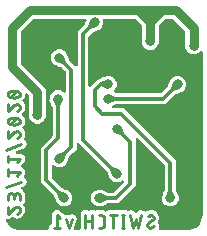
<source format=gbr>
G04 EAGLE Gerber RS-274X export*
G75*
%MOMM*%
%FSLAX34Y34*%
%LPD*%
%INBottom Copper*%
%IPPOS*%
%AMOC8*
5,1,8,0,0,1.08239X$1,22.5*%
G01*
%ADD10C,0.228600*%
%ADD11C,0.800000*%
%ADD12C,0.304800*%
%ADD13C,0.800000*%

G36*
X39641Y3826D02*
X39641Y3826D01*
X39759Y3833D01*
X39798Y3846D01*
X39838Y3851D01*
X39949Y3894D01*
X40062Y3931D01*
X40096Y3953D01*
X40134Y3968D01*
X40230Y4037D01*
X40330Y4101D01*
X40358Y4131D01*
X40391Y4154D01*
X40467Y4246D01*
X40548Y4333D01*
X40568Y4368D01*
X40594Y4399D01*
X40644Y4507D01*
X40702Y4611D01*
X40712Y4651D01*
X40729Y4687D01*
X40752Y4804D01*
X40781Y4919D01*
X40785Y4979D01*
X40789Y4999D01*
X40788Y5020D01*
X40792Y5080D01*
X40792Y7879D01*
X43313Y10400D01*
X43373Y10479D01*
X43441Y10551D01*
X43470Y10604D01*
X43508Y10652D01*
X43547Y10743D01*
X43595Y10829D01*
X43610Y10888D01*
X43634Y10943D01*
X43649Y11041D01*
X43674Y11137D01*
X43681Y11237D01*
X43684Y11258D01*
X43683Y11270D01*
X43684Y11298D01*
X43684Y16255D01*
X43683Y16269D01*
X43677Y16395D01*
X43514Y17856D01*
X43572Y17951D01*
X43581Y17979D01*
X43595Y18004D01*
X43627Y18130D01*
X43666Y18255D01*
X43667Y18275D01*
X44698Y19307D01*
X44707Y19319D01*
X44792Y19412D01*
X45710Y20560D01*
X45819Y20586D01*
X45844Y20600D01*
X45872Y20608D01*
X45984Y20674D01*
X46099Y20735D01*
X46115Y20749D01*
X47574Y20749D01*
X47588Y20751D01*
X47714Y20756D01*
X49175Y20919D01*
X49270Y20861D01*
X49298Y20852D01*
X49323Y20838D01*
X49449Y20806D01*
X49574Y20768D01*
X49595Y20767D01*
X50626Y19735D01*
X50638Y19726D01*
X50731Y19641D01*
X53583Y17360D01*
X53645Y17321D01*
X53703Y17275D01*
X53781Y17239D01*
X53854Y17194D01*
X53924Y17172D01*
X53991Y17141D01*
X54076Y17126D01*
X54158Y17100D01*
X54232Y17097D01*
X54304Y17084D01*
X54390Y17090D01*
X54476Y17086D01*
X54548Y17101D01*
X54621Y17106D01*
X54777Y17147D01*
X56171Y17611D01*
X57595Y16899D01*
X57624Y16889D01*
X57649Y16874D01*
X57773Y16836D01*
X57895Y16793D01*
X57925Y16791D01*
X57954Y16782D01*
X58084Y16777D01*
X58212Y16766D01*
X58242Y16771D01*
X58271Y16769D01*
X58398Y16797D01*
X58526Y16818D01*
X58553Y16830D01*
X58582Y16836D01*
X58731Y16899D01*
X60156Y17611D01*
X63450Y16513D01*
X65003Y13407D01*
X62715Y6544D01*
X62714Y6535D01*
X62710Y6527D01*
X62683Y6381D01*
X62653Y6232D01*
X62654Y6223D01*
X62652Y6215D01*
X62663Y6065D01*
X62671Y5915D01*
X62674Y5906D01*
X62674Y5897D01*
X62692Y5829D01*
X62602Y5648D01*
X62570Y5558D01*
X62530Y5473D01*
X62518Y5409D01*
X62496Y5348D01*
X62488Y5253D01*
X62470Y5160D01*
X62474Y5096D01*
X62469Y5031D01*
X62484Y4937D01*
X62490Y4843D01*
X62510Y4781D01*
X62521Y4717D01*
X62559Y4630D01*
X62588Y4541D01*
X62623Y4486D01*
X62649Y4426D01*
X62708Y4352D01*
X62758Y4272D01*
X62806Y4227D01*
X62846Y4176D01*
X62921Y4119D01*
X62990Y4054D01*
X63047Y4022D01*
X63099Y3983D01*
X63186Y3946D01*
X63268Y3900D01*
X63331Y3884D01*
X63391Y3859D01*
X63485Y3845D01*
X63576Y3821D01*
X63687Y3814D01*
X63706Y3811D01*
X63716Y3812D01*
X63737Y3811D01*
X66573Y3811D01*
X66692Y3826D01*
X66810Y3833D01*
X66849Y3846D01*
X66889Y3851D01*
X67000Y3894D01*
X67113Y3931D01*
X67147Y3953D01*
X67185Y3968D01*
X67281Y4037D01*
X67381Y4101D01*
X67409Y4131D01*
X67442Y4154D01*
X67518Y4246D01*
X67599Y4333D01*
X67619Y4368D01*
X67645Y4399D01*
X67695Y4507D01*
X67753Y4611D01*
X67763Y4651D01*
X67780Y4687D01*
X67803Y4804D01*
X67832Y4919D01*
X67836Y4979D01*
X67840Y4999D01*
X67839Y5020D01*
X67843Y5080D01*
X67843Y18293D01*
X70298Y20749D01*
X73771Y20749D01*
X74030Y20490D01*
X74124Y20417D01*
X74213Y20338D01*
X74249Y20320D01*
X74281Y20295D01*
X74390Y20247D01*
X74496Y20193D01*
X74535Y20185D01*
X74573Y20168D01*
X74691Y20150D01*
X74806Y20124D01*
X74847Y20125D01*
X74887Y20119D01*
X75006Y20130D01*
X75124Y20133D01*
X75163Y20145D01*
X75203Y20148D01*
X75315Y20189D01*
X75430Y20222D01*
X75465Y20242D01*
X75503Y20256D01*
X75601Y20323D01*
X75704Y20383D01*
X75749Y20423D01*
X75766Y20435D01*
X75779Y20450D01*
X75825Y20490D01*
X76084Y20749D01*
X79556Y20749D01*
X79588Y20717D01*
X79682Y20644D01*
X79771Y20565D01*
X79807Y20547D01*
X79839Y20522D01*
X79949Y20474D01*
X80055Y20420D01*
X80094Y20412D01*
X80131Y20395D01*
X80249Y20377D01*
X80365Y20351D01*
X80405Y20352D01*
X80445Y20346D01*
X80564Y20357D01*
X80683Y20360D01*
X80722Y20372D01*
X80762Y20375D01*
X80874Y20416D01*
X80988Y20449D01*
X81023Y20469D01*
X81061Y20483D01*
X81160Y20550D01*
X81262Y20610D01*
X81307Y20650D01*
X81324Y20662D01*
X81338Y20677D01*
X81383Y20717D01*
X81415Y20749D01*
X83204Y20749D01*
X85466Y20749D01*
X86443Y20749D01*
X87226Y20749D01*
X87317Y20688D01*
X87325Y20682D01*
X87329Y20680D01*
X87337Y20675D01*
X88688Y19895D01*
X88791Y19851D01*
X88891Y19800D01*
X88937Y19790D01*
X88981Y19772D01*
X89092Y19755D01*
X89202Y19731D01*
X89249Y19732D01*
X89295Y19725D01*
X89407Y19737D01*
X89520Y19740D01*
X89565Y19753D01*
X89612Y19758D01*
X89717Y19797D01*
X89825Y19829D01*
X89866Y19853D01*
X89910Y19869D01*
X90002Y19933D01*
X90099Y19990D01*
X90153Y20038D01*
X90171Y20050D01*
X90183Y20064D01*
X90220Y20097D01*
X90872Y20749D01*
X106778Y20749D01*
X106834Y20705D01*
X106889Y20649D01*
X106959Y20608D01*
X107023Y20558D01*
X107095Y20527D01*
X107163Y20487D01*
X107241Y20464D01*
X107315Y20432D01*
X107392Y20419D01*
X107468Y20397D01*
X107549Y20395D01*
X107629Y20382D01*
X107707Y20389D01*
X107786Y20387D01*
X107945Y20411D01*
X110708Y21026D01*
X113870Y19014D01*
X113870Y19013D01*
X113871Y19013D01*
X114018Y18944D01*
X114157Y18878D01*
X114158Y18878D01*
X114159Y18877D01*
X114317Y18847D01*
X114469Y18818D01*
X114470Y18818D01*
X114471Y18818D01*
X114631Y18828D01*
X114787Y18837D01*
X114788Y18838D01*
X114789Y18838D01*
X114949Y18890D01*
X115089Y18935D01*
X115090Y18936D01*
X115091Y18936D01*
X115232Y19014D01*
X118394Y21026D01*
X121798Y20269D01*
X121823Y20239D01*
X121896Y20140D01*
X121924Y20117D01*
X121947Y20089D01*
X122047Y20017D01*
X122142Y19939D01*
X122175Y19924D01*
X122205Y19903D01*
X122319Y19857D01*
X122431Y19806D01*
X122467Y19799D01*
X122501Y19786D01*
X122623Y19770D01*
X122744Y19748D01*
X122780Y19751D01*
X122816Y19746D01*
X122938Y19762D01*
X123061Y19770D01*
X123113Y19784D01*
X123132Y19786D01*
X123151Y19794D01*
X123217Y19811D01*
X125217Y20478D01*
X125266Y20502D01*
X125318Y20517D01*
X125409Y20570D01*
X125503Y20616D01*
X125545Y20651D01*
X125592Y20678D01*
X125672Y20749D01*
X129173Y20749D01*
X129264Y20688D01*
X129273Y20682D01*
X129277Y20680D01*
X129285Y20675D01*
X132176Y19005D01*
X133845Y16114D01*
X133897Y16046D01*
X133919Y16008D01*
X133919Y12486D01*
X133854Y12388D01*
X133846Y12377D01*
X133844Y12371D01*
X133836Y12360D01*
X133351Y11511D01*
X133308Y11407D01*
X133257Y11307D01*
X133247Y11261D01*
X133229Y11217D01*
X133213Y11106D01*
X133189Y10996D01*
X133190Y10949D01*
X133184Y10902D01*
X133196Y10791D01*
X133200Y10679D01*
X133213Y10633D01*
X133218Y10586D01*
X133258Y10481D01*
X133290Y10373D01*
X133314Y10333D01*
X133330Y10288D01*
X133395Y10197D01*
X133452Y10100D01*
X133500Y10046D01*
X133513Y10028D01*
X133527Y10016D01*
X133559Y9980D01*
X134201Y9343D01*
X134216Y5843D01*
X134148Y5761D01*
X134138Y5740D01*
X134124Y5722D01*
X134070Y5596D01*
X134012Y5473D01*
X134008Y5450D01*
X133999Y5429D01*
X133978Y5294D01*
X133952Y5160D01*
X133954Y5138D01*
X133950Y5115D01*
X133964Y4979D01*
X133972Y4843D01*
X133979Y4821D01*
X133981Y4799D01*
X134028Y4670D01*
X134070Y4541D01*
X134082Y4521D01*
X134090Y4500D01*
X134167Y4387D01*
X134240Y4272D01*
X134257Y4256D01*
X134270Y4237D01*
X134373Y4147D01*
X134472Y4054D01*
X134492Y4043D01*
X134509Y4028D01*
X134631Y3966D01*
X134750Y3900D01*
X134773Y3895D01*
X134793Y3884D01*
X134927Y3855D01*
X135058Y3821D01*
X135090Y3819D01*
X135104Y3816D01*
X135125Y3817D01*
X135219Y3811D01*
X157929Y3811D01*
X157949Y3813D01*
X158053Y3817D01*
X160393Y4047D01*
X160496Y4071D01*
X160602Y4086D01*
X160681Y4113D01*
X160703Y4118D01*
X160717Y4125D01*
X160754Y4138D01*
X165077Y5928D01*
X165085Y5933D01*
X165094Y5935D01*
X165223Y6012D01*
X165353Y6086D01*
X165359Y6092D01*
X165367Y6097D01*
X165488Y6203D01*
X168797Y9512D01*
X168802Y9519D01*
X168810Y9525D01*
X168900Y9644D01*
X168992Y9763D01*
X168995Y9772D01*
X169001Y9779D01*
X169072Y9923D01*
X170862Y14246D01*
X170890Y14348D01*
X170927Y14448D01*
X170940Y14532D01*
X170946Y14553D01*
X170946Y14569D01*
X170953Y14607D01*
X171183Y16947D01*
X171183Y16966D01*
X171189Y17071D01*
X171189Y154407D01*
X171172Y154545D01*
X171159Y154683D01*
X171152Y154702D01*
X171149Y154722D01*
X171099Y154851D01*
X171051Y154982D01*
X171040Y154999D01*
X171032Y155018D01*
X170951Y155130D01*
X170873Y155245D01*
X170857Y155259D01*
X170846Y155275D01*
X170738Y155364D01*
X170634Y155456D01*
X170616Y155465D01*
X170601Y155478D01*
X170475Y155537D01*
X170351Y155600D01*
X170331Y155605D01*
X170313Y155614D01*
X170176Y155640D01*
X170041Y155670D01*
X170020Y155670D01*
X170001Y155673D01*
X169862Y155665D01*
X169723Y155660D01*
X169703Y155655D01*
X169683Y155654D01*
X169551Y155611D01*
X169417Y155572D01*
X169400Y155562D01*
X169381Y155556D01*
X169263Y155481D01*
X169143Y155411D01*
X169122Y155392D01*
X169112Y155385D01*
X169098Y155370D01*
X169023Y155304D01*
X167743Y154024D01*
X165152Y152951D01*
X162348Y152951D01*
X159757Y154024D01*
X157774Y156007D01*
X156701Y158598D01*
X156701Y171555D01*
X156689Y171653D01*
X156686Y171752D01*
X156669Y171810D01*
X156661Y171870D01*
X156625Y171962D01*
X156597Y172057D01*
X156567Y172109D01*
X156544Y172166D01*
X156486Y172246D01*
X156436Y172331D01*
X156370Y172407D01*
X156358Y172423D01*
X156348Y172431D01*
X156330Y172452D01*
X146202Y182580D01*
X146124Y182640D01*
X146052Y182708D01*
X145999Y182737D01*
X145951Y182774D01*
X145860Y182814D01*
X145773Y182862D01*
X145715Y182877D01*
X145659Y182901D01*
X145561Y182916D01*
X145465Y182941D01*
X145365Y182947D01*
X145345Y182951D01*
X145333Y182949D01*
X145305Y182951D01*
X140445Y182951D01*
X140347Y182939D01*
X140248Y182936D01*
X140190Y182919D01*
X140130Y182911D01*
X140038Y182875D01*
X139943Y182847D01*
X139891Y182817D01*
X139834Y182794D01*
X139754Y182736D01*
X139669Y182686D01*
X139593Y182620D01*
X139577Y182608D01*
X139569Y182598D01*
X139548Y182580D01*
X134420Y177452D01*
X134360Y177374D01*
X134292Y177302D01*
X134263Y177249D01*
X134226Y177201D01*
X134186Y177110D01*
X134138Y177023D01*
X134123Y176965D01*
X134099Y176909D01*
X134084Y176811D01*
X134059Y176715D01*
X134053Y176615D01*
X134049Y176595D01*
X134051Y176583D01*
X134049Y176555D01*
X134049Y162348D01*
X132976Y159757D01*
X130993Y157774D01*
X128402Y156701D01*
X125598Y156701D01*
X123007Y157774D01*
X121024Y159757D01*
X119951Y162348D01*
X119951Y176555D01*
X119939Y176653D01*
X119936Y176752D01*
X119919Y176810D01*
X119911Y176870D01*
X119875Y176962D01*
X119847Y177057D01*
X119817Y177109D01*
X119794Y177166D01*
X119736Y177246D01*
X119686Y177331D01*
X119620Y177407D01*
X119608Y177423D01*
X119598Y177431D01*
X119580Y177452D01*
X114452Y182580D01*
X114374Y182640D01*
X114302Y182708D01*
X114249Y182737D01*
X114201Y182774D01*
X114110Y182814D01*
X114023Y182862D01*
X113965Y182877D01*
X113909Y182901D01*
X113811Y182916D01*
X113715Y182941D01*
X113615Y182947D01*
X113595Y182951D01*
X113583Y182949D01*
X113555Y182951D01*
X88307Y182951D01*
X88257Y182945D01*
X88207Y182947D01*
X88099Y182925D01*
X87991Y182911D01*
X87944Y182893D01*
X87895Y182883D01*
X87797Y182835D01*
X87695Y182794D01*
X87655Y182765D01*
X87610Y182743D01*
X87526Y182672D01*
X87438Y182608D01*
X87406Y182569D01*
X87368Y182536D01*
X87305Y182447D01*
X87235Y182363D01*
X87214Y182317D01*
X87185Y182276D01*
X87146Y182174D01*
X87100Y182075D01*
X87090Y182026D01*
X87072Y181979D01*
X87060Y181870D01*
X87040Y181763D01*
X87043Y181712D01*
X87037Y181662D01*
X87049Y181583D01*
X87049Y178598D01*
X85976Y176007D01*
X84599Y174631D01*
X84508Y174514D01*
X84416Y174399D01*
X84408Y174385D01*
X84404Y174379D01*
X84398Y174365D01*
X84340Y174257D01*
X84256Y174070D01*
X83746Y173878D01*
X82610Y173451D01*
X82598Y173445D01*
X82571Y173435D01*
X81354Y172931D01*
X81221Y172917D01*
X81206Y172912D01*
X81198Y172911D01*
X81184Y172906D01*
X81067Y172870D01*
X78549Y171922D01*
X78522Y171908D01*
X78493Y171900D01*
X78382Y171834D01*
X78268Y171774D01*
X78245Y171753D01*
X78219Y171738D01*
X78099Y171632D01*
X74944Y168478D01*
X74884Y168399D01*
X74816Y168327D01*
X74787Y168274D01*
X74750Y168226D01*
X74710Y168135D01*
X74662Y168049D01*
X74647Y167990D01*
X74623Y167935D01*
X74608Y167837D01*
X74583Y167741D01*
X74577Y167641D01*
X74573Y167620D01*
X74575Y167608D01*
X74573Y167580D01*
X74573Y126604D01*
X74590Y126466D01*
X74603Y126327D01*
X74610Y126308D01*
X74613Y126288D01*
X74664Y126159D01*
X74711Y126028D01*
X74722Y126011D01*
X74730Y125993D01*
X74811Y125880D01*
X74889Y125765D01*
X74905Y125752D01*
X74916Y125735D01*
X75024Y125646D01*
X75128Y125555D01*
X75146Y125545D01*
X75161Y125532D01*
X75287Y125473D01*
X75411Y125410D01*
X75431Y125405D01*
X75449Y125397D01*
X75586Y125371D01*
X75721Y125340D01*
X75742Y125341D01*
X75761Y125337D01*
X75900Y125346D01*
X76039Y125350D01*
X76059Y125356D01*
X76079Y125357D01*
X76211Y125400D01*
X76345Y125438D01*
X76362Y125449D01*
X76381Y125455D01*
X76499Y125529D01*
X76619Y125600D01*
X76640Y125618D01*
X76650Y125625D01*
X76664Y125640D01*
X76739Y125706D01*
X78478Y127444D01*
X81275Y130242D01*
X81294Y130266D01*
X81317Y130286D01*
X81391Y130391D01*
X81470Y130493D01*
X81482Y130521D01*
X81500Y130546D01*
X81566Y130693D01*
X81667Y130962D01*
X81671Y130966D01*
X81717Y131000D01*
X81781Y131080D01*
X81782Y131081D01*
X82057Y131184D01*
X82084Y131198D01*
X82113Y131207D01*
X82224Y131272D01*
X82339Y131333D01*
X82361Y131353D01*
X82387Y131368D01*
X82508Y131475D01*
X83106Y132073D01*
X83988Y132073D01*
X84018Y132077D01*
X84048Y132074D01*
X84176Y132096D01*
X84304Y132113D01*
X84332Y132124D01*
X84362Y132129D01*
X84512Y132186D01*
X86963Y133296D01*
X87088Y133373D01*
X87216Y133448D01*
X87227Y133459D01*
X87233Y133462D01*
X87239Y133468D01*
X88426Y133960D01*
X88437Y133966D01*
X88464Y133976D01*
X89645Y134511D01*
X90066Y134702D01*
X90258Y134630D01*
X90402Y134596D01*
X90544Y134559D01*
X90560Y134558D01*
X90567Y134556D01*
X90583Y134556D01*
X90705Y134549D01*
X92652Y134549D01*
X95243Y133476D01*
X97226Y131493D01*
X98299Y128902D01*
X98299Y126098D01*
X97226Y123507D01*
X96405Y122687D01*
X96388Y122664D01*
X96366Y122645D01*
X96290Y122538D01*
X96211Y122436D01*
X96199Y122409D01*
X96182Y122386D01*
X96136Y122264D01*
X96084Y122144D01*
X96080Y122115D01*
X96069Y122088D01*
X96055Y121959D01*
X96034Y121830D01*
X96037Y121801D01*
X96034Y121772D01*
X96052Y121644D01*
X96064Y121513D01*
X96074Y121486D01*
X96078Y121457D01*
X96128Y121337D01*
X96172Y121214D01*
X96188Y121190D01*
X96199Y121163D01*
X96277Y121059D01*
X96350Y120951D01*
X96372Y120932D01*
X96389Y120909D01*
X96491Y120827D01*
X96589Y120740D01*
X96614Y120727D01*
X96637Y120709D01*
X96779Y120633D01*
X97988Y120086D01*
X98017Y120077D01*
X98043Y120062D01*
X98168Y120030D01*
X98292Y119992D01*
X98322Y119990D01*
X98351Y119983D01*
X98512Y119973D01*
X135480Y119973D01*
X135578Y119985D01*
X135677Y119988D01*
X135736Y120005D01*
X135796Y120013D01*
X135888Y120049D01*
X135983Y120077D01*
X136035Y120107D01*
X136091Y120130D01*
X136171Y120188D01*
X136257Y120238D01*
X136332Y120304D01*
X136349Y120316D01*
X136357Y120326D01*
X136378Y120344D01*
X141632Y125599D01*
X141650Y125622D01*
X141673Y125642D01*
X141748Y125748D01*
X141827Y125850D01*
X141839Y125878D01*
X141856Y125902D01*
X141922Y126049D01*
X142870Y128567D01*
X142904Y128711D01*
X142941Y128853D01*
X142942Y128869D01*
X142944Y128876D01*
X142944Y128884D01*
X143436Y130071D01*
X143439Y130083D01*
X143451Y130110D01*
X143878Y131246D01*
X144070Y131756D01*
X144257Y131840D01*
X144383Y131918D01*
X144510Y131993D01*
X144522Y132003D01*
X144528Y132007D01*
X144539Y132018D01*
X144631Y132099D01*
X146007Y133476D01*
X148598Y134549D01*
X151402Y134549D01*
X153993Y133476D01*
X155976Y131493D01*
X157049Y128902D01*
X157049Y126098D01*
X155976Y123507D01*
X154599Y122131D01*
X154508Y122014D01*
X154416Y121899D01*
X154409Y121885D01*
X154404Y121879D01*
X154398Y121865D01*
X154340Y121757D01*
X154256Y121570D01*
X153746Y121378D01*
X152610Y120951D01*
X152599Y120945D01*
X152571Y120936D01*
X151354Y120431D01*
X151221Y120417D01*
X151205Y120412D01*
X151198Y120411D01*
X151184Y120406D01*
X151067Y120370D01*
X148549Y119422D01*
X148522Y119408D01*
X148493Y119400D01*
X148382Y119334D01*
X148268Y119274D01*
X148245Y119254D01*
X148219Y119238D01*
X148099Y119132D01*
X139794Y110827D01*
X98512Y110827D01*
X98482Y110823D01*
X98452Y110826D01*
X98324Y110804D01*
X98196Y110787D01*
X98168Y110776D01*
X98138Y110771D01*
X97988Y110714D01*
X95538Y109604D01*
X95412Y109527D01*
X95285Y109452D01*
X95273Y109441D01*
X95267Y109438D01*
X95256Y109426D01*
X95164Y109345D01*
X95108Y109289D01*
X95078Y109268D01*
X95021Y109199D01*
X94957Y109137D01*
X94920Y109077D01*
X94875Y109023D01*
X94837Y108942D01*
X94790Y108866D01*
X94769Y108798D01*
X94739Y108735D01*
X94723Y108647D01*
X94696Y108562D01*
X94693Y108492D01*
X94680Y108422D01*
X94685Y108334D01*
X94681Y108244D01*
X94695Y108175D01*
X94699Y108105D01*
X94727Y108020D01*
X94745Y107933D01*
X94776Y107869D01*
X94797Y107803D01*
X94845Y107727D01*
X94884Y107647D01*
X94930Y107593D01*
X94968Y107534D01*
X95033Y107473D01*
X95090Y107405D01*
X95148Y107364D01*
X95199Y107316D01*
X95277Y107273D01*
X95350Y107221D01*
X95416Y107196D01*
X95478Y107162D01*
X95564Y107140D01*
X95647Y107108D01*
X95717Y107101D01*
X95786Y107083D01*
X95946Y107073D01*
X104394Y107073D01*
X148323Y63144D01*
X148323Y38512D01*
X148327Y38482D01*
X148324Y38452D01*
X148346Y38324D01*
X148363Y38196D01*
X148374Y38168D01*
X148379Y38138D01*
X148436Y37988D01*
X149546Y35538D01*
X149623Y35412D01*
X149698Y35285D01*
X149709Y35273D01*
X149712Y35267D01*
X149718Y35261D01*
X150210Y34074D01*
X150216Y34063D01*
X150226Y34036D01*
X150357Y33747D01*
X150952Y32434D01*
X150880Y32242D01*
X150846Y32098D01*
X150809Y31955D01*
X150808Y31940D01*
X150806Y31933D01*
X150806Y31917D01*
X150799Y31795D01*
X150799Y29848D01*
X149726Y27257D01*
X147743Y25274D01*
X145152Y24201D01*
X142348Y24201D01*
X139757Y25274D01*
X137774Y27257D01*
X136701Y29848D01*
X136701Y31795D01*
X136683Y31941D01*
X136667Y32088D01*
X136662Y32103D01*
X136661Y32110D01*
X136656Y32125D01*
X136620Y32242D01*
X136548Y32434D01*
X137274Y34036D01*
X137278Y34048D01*
X137290Y34074D01*
X137794Y35291D01*
X137878Y35395D01*
X137886Y35409D01*
X137890Y35415D01*
X137896Y35429D01*
X137954Y35537D01*
X139064Y37988D01*
X139073Y38017D01*
X139088Y38043D01*
X139120Y38168D01*
X139158Y38292D01*
X139160Y38322D01*
X139167Y38351D01*
X139177Y38512D01*
X139177Y58830D01*
X139165Y58928D01*
X139162Y59027D01*
X139145Y59086D01*
X139137Y59146D01*
X139101Y59238D01*
X139073Y59333D01*
X139043Y59385D01*
X139020Y59441D01*
X138962Y59521D01*
X138912Y59607D01*
X138846Y59682D01*
X138834Y59699D01*
X138824Y59707D01*
X138806Y59728D01*
X116739Y81794D01*
X116630Y81879D01*
X116523Y81968D01*
X116504Y81976D01*
X116488Y81989D01*
X116360Y82044D01*
X116235Y82103D01*
X116215Y82107D01*
X116196Y82115D01*
X116058Y82137D01*
X115922Y82163D01*
X115902Y82162D01*
X115882Y82165D01*
X115743Y82152D01*
X115605Y82143D01*
X115586Y82137D01*
X115566Y82135D01*
X115434Y82088D01*
X115303Y82045D01*
X115285Y82034D01*
X115266Y82027D01*
X115151Y81949D01*
X115034Y81875D01*
X115020Y81860D01*
X115003Y81849D01*
X114911Y81745D01*
X114816Y81643D01*
X114806Y81626D01*
X114793Y81610D01*
X114729Y81487D01*
X114662Y81365D01*
X114657Y81345D01*
X114648Y81327D01*
X114618Y81191D01*
X114583Y81057D01*
X114581Y81029D01*
X114578Y81017D01*
X114579Y80996D01*
X114573Y80896D01*
X114573Y41288D01*
X99962Y26677D01*
X91012Y26677D01*
X90982Y26673D01*
X90952Y26676D01*
X90824Y26654D01*
X90696Y26637D01*
X90668Y26626D01*
X90638Y26621D01*
X90488Y26564D01*
X88038Y25454D01*
X87912Y25377D01*
X87785Y25302D01*
X87773Y25291D01*
X87767Y25288D01*
X87761Y25282D01*
X86574Y24790D01*
X86563Y24784D01*
X86536Y24774D01*
X84934Y24048D01*
X84742Y24120D01*
X84598Y24154D01*
X84455Y24191D01*
X84440Y24192D01*
X84433Y24194D01*
X84417Y24194D01*
X84295Y24201D01*
X82348Y24201D01*
X79757Y25274D01*
X77774Y27257D01*
X76701Y29848D01*
X76701Y32652D01*
X77774Y35243D01*
X79757Y37226D01*
X82348Y38299D01*
X84295Y38299D01*
X84441Y38317D01*
X84588Y38333D01*
X84603Y38338D01*
X84610Y38339D01*
X84625Y38344D01*
X84742Y38380D01*
X84933Y38452D01*
X85455Y38216D01*
X86536Y37726D01*
X86548Y37723D01*
X86574Y37710D01*
X87791Y37206D01*
X87895Y37122D01*
X87909Y37114D01*
X87915Y37110D01*
X87929Y37103D01*
X88038Y37046D01*
X90488Y35936D01*
X90517Y35927D01*
X90543Y35912D01*
X90668Y35880D01*
X90792Y35842D01*
X90822Y35840D01*
X90851Y35833D01*
X91012Y35823D01*
X95648Y35823D01*
X95746Y35835D01*
X95845Y35838D01*
X95903Y35855D01*
X95963Y35863D01*
X96055Y35899D01*
X96150Y35927D01*
X96203Y35957D01*
X96259Y35980D01*
X96339Y36038D01*
X96424Y36088D01*
X96500Y36154D01*
X96516Y36166D01*
X96524Y36176D01*
X96545Y36194D01*
X104261Y43910D01*
X104304Y43965D01*
X104354Y44014D01*
X104400Y44090D01*
X104456Y44161D01*
X104483Y44225D01*
X104520Y44285D01*
X104546Y44371D01*
X104582Y44453D01*
X104593Y44522D01*
X104613Y44589D01*
X104618Y44678D01*
X104632Y44767D01*
X104625Y44837D01*
X104629Y44906D01*
X104610Y44994D01*
X104602Y45084D01*
X104578Y45150D01*
X104564Y45218D01*
X104525Y45298D01*
X104494Y45383D01*
X104455Y45441D01*
X104425Y45504D01*
X104366Y45572D01*
X104316Y45646D01*
X104263Y45693D01*
X104218Y45746D01*
X104145Y45797D01*
X104077Y45857D01*
X104015Y45889D01*
X103958Y45929D01*
X103874Y45961D01*
X103794Y46001D01*
X103726Y46017D01*
X103661Y46041D01*
X103571Y46051D01*
X103484Y46071D01*
X103414Y46069D01*
X103345Y46077D01*
X103256Y46064D01*
X103166Y46061D01*
X103099Y46042D01*
X103030Y46032D01*
X102877Y45980D01*
X100152Y44851D01*
X97348Y44851D01*
X94757Y45924D01*
X93381Y47301D01*
X93263Y47392D01*
X93149Y47484D01*
X93135Y47491D01*
X93129Y47496D01*
X93115Y47502D01*
X93007Y47560D01*
X92820Y47644D01*
X92201Y49291D01*
X92195Y49302D01*
X92185Y49329D01*
X91681Y50546D01*
X91667Y50679D01*
X91662Y50694D01*
X91661Y50702D01*
X91656Y50716D01*
X91620Y50833D01*
X91301Y51681D01*
X90672Y53351D01*
X90658Y53378D01*
X90650Y53407D01*
X90584Y53518D01*
X90524Y53632D01*
X90504Y53655D01*
X90488Y53681D01*
X90382Y53801D01*
X68478Y75706D01*
X66739Y77444D01*
X66630Y77529D01*
X66523Y77618D01*
X66504Y77626D01*
X66488Y77639D01*
X66360Y77694D01*
X66235Y77753D01*
X66215Y77757D01*
X66196Y77765D01*
X66058Y77787D01*
X65922Y77813D01*
X65902Y77812D01*
X65882Y77815D01*
X65743Y77802D01*
X65605Y77793D01*
X65586Y77787D01*
X65566Y77785D01*
X65434Y77738D01*
X65303Y77695D01*
X65285Y77684D01*
X65266Y77677D01*
X65151Y77599D01*
X65034Y77525D01*
X65020Y77510D01*
X65003Y77499D01*
X64911Y77395D01*
X64816Y77293D01*
X64806Y77276D01*
X64793Y77260D01*
X64729Y77136D01*
X64662Y77015D01*
X64657Y76995D01*
X64648Y76977D01*
X64618Y76841D01*
X64583Y76707D01*
X64581Y76679D01*
X64578Y76667D01*
X64579Y76646D01*
X64573Y76546D01*
X64573Y72706D01*
X61522Y69656D01*
X58368Y66501D01*
X58350Y66477D01*
X58327Y66458D01*
X58253Y66352D01*
X58173Y66250D01*
X58161Y66222D01*
X58144Y66198D01*
X58078Y66051D01*
X57449Y64381D01*
X57130Y63533D01*
X57096Y63389D01*
X57059Y63247D01*
X57058Y63231D01*
X57056Y63224D01*
X57056Y63216D01*
X56564Y62028D01*
X56561Y62016D01*
X56549Y61990D01*
X55930Y60344D01*
X55743Y60260D01*
X55617Y60182D01*
X55490Y60107D01*
X55479Y60097D01*
X55472Y60093D01*
X55461Y60082D01*
X55369Y60001D01*
X53993Y58624D01*
X51402Y57551D01*
X48598Y57551D01*
X46007Y58624D01*
X45489Y59142D01*
X45380Y59227D01*
X45273Y59316D01*
X45254Y59325D01*
X45238Y59337D01*
X45110Y59392D01*
X44985Y59452D01*
X44965Y59455D01*
X44946Y59463D01*
X44808Y59485D01*
X44672Y59511D01*
X44652Y59510D01*
X44632Y59513D01*
X44493Y59500D01*
X44355Y59492D01*
X44336Y59485D01*
X44316Y59483D01*
X44185Y59436D01*
X44053Y59394D01*
X44035Y59383D01*
X44016Y59376D01*
X43902Y59298D01*
X43784Y59223D01*
X43770Y59209D01*
X43753Y59197D01*
X43661Y59093D01*
X43566Y58992D01*
X43556Y58974D01*
X43543Y58959D01*
X43480Y58835D01*
X43412Y58713D01*
X43407Y58694D01*
X43398Y58676D01*
X43368Y58540D01*
X43333Y58405D01*
X43331Y58377D01*
X43328Y58365D01*
X43329Y58345D01*
X43323Y58245D01*
X43323Y48670D01*
X43335Y48572D01*
X43338Y48473D01*
X43355Y48414D01*
X43363Y48354D01*
X43399Y48262D01*
X43427Y48167D01*
X43457Y48115D01*
X43480Y48059D01*
X43538Y47979D01*
X43588Y47893D01*
X43654Y47818D01*
X43666Y47801D01*
X43676Y47793D01*
X43694Y47772D01*
X51849Y39618D01*
X51872Y39600D01*
X51892Y39577D01*
X51998Y39502D01*
X52100Y39423D01*
X52128Y39411D01*
X52152Y39394D01*
X52299Y39328D01*
X54817Y38380D01*
X54960Y38346D01*
X55103Y38309D01*
X55119Y38308D01*
X55126Y38306D01*
X55134Y38306D01*
X56322Y37814D01*
X56334Y37811D01*
X56361Y37799D01*
X58006Y37180D01*
X58090Y36993D01*
X58168Y36867D01*
X58242Y36740D01*
X58253Y36729D01*
X58257Y36722D01*
X58268Y36712D01*
X58349Y36620D01*
X59726Y35243D01*
X60799Y32652D01*
X60799Y29848D01*
X59726Y27257D01*
X57743Y25274D01*
X55152Y24201D01*
X52348Y24201D01*
X49757Y25274D01*
X48381Y26651D01*
X48263Y26742D01*
X48149Y26834D01*
X48135Y26841D01*
X48129Y26846D01*
X48115Y26852D01*
X48007Y26910D01*
X47820Y26994D01*
X47201Y28640D01*
X47195Y28651D01*
X47185Y28679D01*
X46681Y29896D01*
X46667Y30029D01*
X46662Y30044D01*
X46661Y30052D01*
X46656Y30066D01*
X46620Y30183D01*
X46301Y31031D01*
X46301Y31032D01*
X45672Y32701D01*
X45658Y32728D01*
X45650Y32757D01*
X45584Y32868D01*
X45524Y32982D01*
X45504Y33005D01*
X45488Y33031D01*
X45382Y33151D01*
X34177Y44356D01*
X34177Y73544D01*
X43806Y83172D01*
X43866Y83251D01*
X43934Y83323D01*
X43963Y83376D01*
X44000Y83424D01*
X44040Y83515D01*
X44088Y83601D01*
X44103Y83660D01*
X44127Y83715D01*
X44142Y83813D01*
X44167Y83909D01*
X44173Y84009D01*
X44177Y84030D01*
X44175Y84042D01*
X44177Y84070D01*
X44177Y108138D01*
X44173Y108168D01*
X44176Y108198D01*
X44154Y108326D01*
X44137Y108454D01*
X44126Y108482D01*
X44121Y108511D01*
X44064Y108662D01*
X42954Y111113D01*
X42877Y111238D01*
X42802Y111366D01*
X42791Y111377D01*
X42788Y111384D01*
X42782Y111389D01*
X42291Y112575D01*
X42284Y112586D01*
X42274Y112613D01*
X41548Y114216D01*
X41620Y114408D01*
X41654Y114552D01*
X41691Y114694D01*
X41692Y114710D01*
X41694Y114717D01*
X41694Y114733D01*
X41701Y114855D01*
X41701Y116802D01*
X42774Y119393D01*
X44757Y121376D01*
X47348Y122449D01*
X50152Y122449D01*
X52743Y121376D01*
X53261Y120858D01*
X53370Y120773D01*
X53477Y120684D01*
X53496Y120675D01*
X53512Y120663D01*
X53640Y120608D01*
X53765Y120548D01*
X53785Y120545D01*
X53804Y120537D01*
X53942Y120515D01*
X54078Y120489D01*
X54098Y120490D01*
X54118Y120487D01*
X54257Y120500D01*
X54395Y120508D01*
X54414Y120515D01*
X54434Y120517D01*
X54565Y120564D01*
X54697Y120606D01*
X54715Y120617D01*
X54734Y120624D01*
X54848Y120702D01*
X54966Y120777D01*
X54980Y120791D01*
X54997Y120803D01*
X55089Y120907D01*
X55184Y121008D01*
X55194Y121026D01*
X55207Y121041D01*
X55270Y121165D01*
X55338Y121287D01*
X55343Y121306D01*
X55352Y121324D01*
X55382Y121460D01*
X55417Y121595D01*
X55419Y121623D01*
X55422Y121635D01*
X55421Y121655D01*
X55427Y121755D01*
X55427Y137580D01*
X55415Y137678D01*
X55412Y137777D01*
X55395Y137836D01*
X55387Y137896D01*
X55351Y137988D01*
X55323Y138083D01*
X55293Y138135D01*
X55270Y138191D01*
X55212Y138271D01*
X55162Y138357D01*
X55096Y138432D01*
X55084Y138449D01*
X55074Y138457D01*
X55056Y138478D01*
X51901Y141632D01*
X51878Y141650D01*
X51858Y141673D01*
X51752Y141747D01*
X51650Y141827D01*
X51622Y141839D01*
X51598Y141856D01*
X51451Y141922D01*
X49781Y142551D01*
X48933Y142870D01*
X48790Y142904D01*
X48647Y142941D01*
X48631Y142942D01*
X48624Y142944D01*
X48616Y142944D01*
X47429Y143435D01*
X47417Y143439D01*
X47391Y143451D01*
X45744Y144070D01*
X45660Y144257D01*
X45582Y144383D01*
X45507Y144510D01*
X45497Y144522D01*
X45493Y144528D01*
X45482Y144539D01*
X45401Y144631D01*
X44024Y146007D01*
X42951Y148598D01*
X42951Y151402D01*
X44024Y153993D01*
X46007Y155976D01*
X48598Y157049D01*
X51402Y157049D01*
X53993Y155976D01*
X55369Y154599D01*
X55487Y154508D01*
X55601Y154416D01*
X55615Y154408D01*
X55621Y154404D01*
X55635Y154398D01*
X55743Y154340D01*
X55930Y154256D01*
X56549Y152611D01*
X56555Y152599D01*
X56564Y152572D01*
X57069Y151354D01*
X57083Y151220D01*
X57088Y151205D01*
X57089Y151198D01*
X57094Y151184D01*
X57130Y151067D01*
X58078Y148549D01*
X58092Y148522D01*
X58100Y148493D01*
X58166Y148382D01*
X58226Y148268D01*
X58247Y148245D01*
X58262Y148219D01*
X58368Y148099D01*
X61522Y144944D01*
X63261Y143206D01*
X63370Y143121D01*
X63477Y143032D01*
X63496Y143024D01*
X63512Y143011D01*
X63640Y142956D01*
X63765Y142897D01*
X63785Y142893D01*
X63804Y142885D01*
X63942Y142863D01*
X64078Y142837D01*
X64098Y142838D01*
X64118Y142835D01*
X64257Y142848D01*
X64395Y142857D01*
X64414Y142863D01*
X64434Y142865D01*
X64566Y142912D01*
X64697Y142955D01*
X64715Y142966D01*
X64734Y142973D01*
X64849Y143051D01*
X64966Y143125D01*
X64980Y143140D01*
X64997Y143151D01*
X65089Y143255D01*
X65184Y143357D01*
X65194Y143374D01*
X65207Y143390D01*
X65271Y143514D01*
X65338Y143635D01*
X65343Y143655D01*
X65352Y143673D01*
X65382Y143809D01*
X65417Y143943D01*
X65419Y143971D01*
X65422Y143983D01*
X65421Y144004D01*
X65427Y144104D01*
X65427Y171894D01*
X68478Y174944D01*
X71632Y178099D01*
X71650Y178122D01*
X71673Y178142D01*
X71747Y178248D01*
X71827Y178350D01*
X71839Y178378D01*
X71856Y178402D01*
X71922Y178549D01*
X72870Y181067D01*
X72876Y181091D01*
X72886Y181113D01*
X72906Y181216D01*
X72941Y181353D01*
X72942Y181369D01*
X72944Y181376D01*
X72944Y181392D01*
X72946Y181425D01*
X72946Y181426D01*
X72951Y181514D01*
X72951Y181555D01*
X72960Y181602D01*
X72953Y181710D01*
X72955Y181820D01*
X72943Y181869D01*
X72940Y181919D01*
X72907Y182023D01*
X72881Y182129D01*
X72858Y182174D01*
X72842Y182221D01*
X72784Y182314D01*
X72733Y182410D01*
X72699Y182448D01*
X72672Y182490D01*
X72592Y182565D01*
X72519Y182646D01*
X72477Y182674D01*
X72441Y182708D01*
X72345Y182761D01*
X72254Y182821D01*
X72206Y182837D01*
X72162Y182862D01*
X72056Y182889D01*
X71953Y182924D01*
X71903Y182929D01*
X71854Y182941D01*
X71693Y182951D01*
X28445Y182951D01*
X28347Y182939D01*
X28248Y182936D01*
X28190Y182919D01*
X28130Y182911D01*
X28038Y182875D01*
X27943Y182847D01*
X27891Y182817D01*
X27834Y182794D01*
X27754Y182736D01*
X27669Y182686D01*
X27593Y182620D01*
X27577Y182608D01*
X27569Y182598D01*
X27548Y182580D01*
X17420Y172452D01*
X17360Y172374D01*
X17292Y172302D01*
X17263Y172249D01*
X17226Y172201D01*
X17186Y172110D01*
X17138Y172023D01*
X17123Y171965D01*
X17099Y171909D01*
X17084Y171811D01*
X17059Y171715D01*
X17053Y171615D01*
X17049Y171595D01*
X17051Y171583D01*
X17049Y171555D01*
X17049Y145945D01*
X17061Y145847D01*
X17064Y145748D01*
X17081Y145690D01*
X17089Y145630D01*
X17125Y145538D01*
X17153Y145443D01*
X17183Y145391D01*
X17206Y145334D01*
X17264Y145254D01*
X17314Y145169D01*
X17380Y145093D01*
X17392Y145077D01*
X17402Y145069D01*
X17420Y145048D01*
X37226Y125243D01*
X38299Y122652D01*
X38299Y99848D01*
X37226Y97257D01*
X35243Y95274D01*
X32652Y94201D01*
X29848Y94201D01*
X27257Y95274D01*
X25274Y97257D01*
X24201Y99848D01*
X24201Y117805D01*
X24189Y117903D01*
X24186Y118002D01*
X24169Y118060D01*
X24161Y118120D01*
X24125Y118212D01*
X24097Y118307D01*
X24067Y118360D01*
X24044Y118416D01*
X23986Y118496D01*
X23936Y118581D01*
X23870Y118657D01*
X23858Y118673D01*
X23848Y118681D01*
X23830Y118702D01*
X22915Y119616D01*
X22806Y119701D01*
X22699Y119790D01*
X22680Y119799D01*
X22664Y119811D01*
X22536Y119866D01*
X22411Y119926D01*
X22391Y119929D01*
X22372Y119937D01*
X22234Y119959D01*
X22098Y119985D01*
X22078Y119984D01*
X22058Y119987D01*
X21919Y119974D01*
X21781Y119966D01*
X21762Y119959D01*
X21742Y119957D01*
X21610Y119910D01*
X21479Y119868D01*
X21461Y119857D01*
X21442Y119850D01*
X21327Y119772D01*
X21210Y119697D01*
X21196Y119683D01*
X21179Y119671D01*
X21087Y119567D01*
X20992Y119466D01*
X20982Y119448D01*
X20969Y119433D01*
X20905Y119309D01*
X20838Y119187D01*
X20833Y119168D01*
X20824Y119150D01*
X20794Y119014D01*
X20759Y118879D01*
X20757Y118851D01*
X20754Y118839D01*
X20755Y118819D01*
X20749Y118719D01*
X20749Y117120D01*
X18896Y114526D01*
X18892Y114519D01*
X18887Y114513D01*
X18817Y114379D01*
X18745Y114246D01*
X18743Y114238D01*
X18739Y114231D01*
X18704Y114083D01*
X18668Y113937D01*
X18668Y113929D01*
X18667Y113922D01*
X18670Y113770D01*
X18671Y113619D01*
X18673Y113612D01*
X18673Y113604D01*
X18713Y113458D01*
X18752Y113312D01*
X18756Y113305D01*
X18758Y113297D01*
X18829Y113153D01*
X20749Y109829D01*
X20749Y106255D01*
X20715Y106211D01*
X20621Y106093D01*
X20616Y106084D01*
X20613Y106080D01*
X20608Y106069D01*
X20546Y105950D01*
X19444Y103476D01*
X18838Y102932D01*
X18807Y102896D01*
X18770Y102865D01*
X18703Y102776D01*
X18630Y102691D01*
X18609Y102648D01*
X18580Y102610D01*
X18538Y102506D01*
X18489Y102407D01*
X18479Y102360D01*
X18461Y102315D01*
X18446Y102205D01*
X18422Y102096D01*
X18424Y102047D01*
X18418Y102000D01*
X18431Y101889D01*
X18435Y101778D01*
X18449Y101732D01*
X18455Y101684D01*
X18495Y101580D01*
X18527Y101473D01*
X18552Y101432D01*
X18569Y101387D01*
X18654Y101250D01*
X20749Y98318D01*
X20749Y94260D01*
X18896Y91666D01*
X18892Y91659D01*
X18887Y91653D01*
X18817Y91520D01*
X18745Y91386D01*
X18743Y91378D01*
X18739Y91371D01*
X18705Y91224D01*
X18668Y91077D01*
X18668Y91069D01*
X18667Y91062D01*
X18670Y90910D01*
X18671Y90759D01*
X18673Y90752D01*
X18673Y90744D01*
X18713Y90599D01*
X18752Y90452D01*
X18756Y90445D01*
X18758Y90437D01*
X18829Y90293D01*
X20749Y86969D01*
X20749Y83395D01*
X20715Y83351D01*
X20621Y83233D01*
X20616Y83224D01*
X20613Y83220D01*
X20608Y83209D01*
X20546Y83090D01*
X19984Y81829D01*
X19953Y81726D01*
X19913Y81625D01*
X19907Y81574D01*
X19892Y81524D01*
X19887Y81417D01*
X19874Y81309D01*
X19881Y81258D01*
X19878Y81207D01*
X19901Y81101D01*
X19915Y80994D01*
X19934Y80946D01*
X19944Y80896D01*
X19992Y80799D01*
X20032Y80698D01*
X20063Y80657D01*
X20086Y80611D01*
X20156Y80529D01*
X20220Y80442D01*
X20260Y80409D01*
X20293Y80370D01*
X20382Y80308D01*
X20465Y80239D01*
X20536Y80201D01*
X20554Y80188D01*
X20570Y80182D01*
X20607Y80162D01*
X21060Y79950D01*
X22247Y76687D01*
X20778Y73540D01*
X13624Y70939D01*
X13538Y70894D01*
X13447Y70858D01*
X13397Y70822D01*
X13342Y70794D01*
X13269Y70729D01*
X13190Y70672D01*
X13150Y70624D01*
X13104Y70583D01*
X13049Y70502D01*
X12987Y70427D01*
X12960Y70370D01*
X12926Y70319D01*
X12893Y70227D01*
X12851Y70139D01*
X12840Y70078D01*
X12819Y70019D01*
X12810Y69922D01*
X12792Y69826D01*
X12795Y69765D01*
X12790Y69703D01*
X12805Y69606D01*
X12811Y69509D01*
X12830Y69450D01*
X12840Y69389D01*
X12879Y69299D01*
X12909Y69207D01*
X12943Y69154D01*
X12967Y69097D01*
X13027Y69020D01*
X13079Y68938D01*
X13125Y68895D01*
X13163Y68846D01*
X13240Y68787D01*
X13311Y68720D01*
X13365Y68690D01*
X13415Y68652D01*
X13504Y68614D01*
X13590Y68566D01*
X13650Y68551D01*
X13707Y68526D01*
X13803Y68511D01*
X13898Y68487D01*
X14001Y68480D01*
X14021Y68477D01*
X14032Y68478D01*
X14058Y68477D01*
X16255Y68477D01*
X16269Y68479D01*
X16395Y68484D01*
X17856Y68647D01*
X17951Y68589D01*
X17979Y68580D01*
X18004Y68566D01*
X18130Y68534D01*
X18255Y68496D01*
X18275Y68495D01*
X19307Y67463D01*
X19319Y67454D01*
X19412Y67369D01*
X20560Y66451D01*
X20586Y66343D01*
X20600Y66317D01*
X20608Y66289D01*
X20674Y66177D01*
X20735Y66062D01*
X20749Y66047D01*
X20749Y64587D01*
X20751Y64573D01*
X20756Y64447D01*
X20919Y62986D01*
X20861Y62891D01*
X20852Y62863D01*
X20838Y62838D01*
X20806Y62712D01*
X20768Y62587D01*
X20767Y62567D01*
X19735Y61535D01*
X19726Y61523D01*
X19641Y61430D01*
X17784Y59109D01*
X17748Y59050D01*
X17704Y58997D01*
X17665Y58915D01*
X17618Y58838D01*
X17598Y58771D01*
X17568Y58709D01*
X17551Y58620D01*
X17525Y58534D01*
X17522Y58464D01*
X17509Y58397D01*
X17514Y58306D01*
X17510Y58216D01*
X17524Y58148D01*
X17528Y58079D01*
X17556Y57993D01*
X17575Y57905D01*
X17605Y57842D01*
X17626Y57777D01*
X17675Y57700D01*
X17714Y57619D01*
X17759Y57566D01*
X17796Y57508D01*
X17862Y57446D01*
X17921Y57377D01*
X17978Y57337D01*
X18028Y57290D01*
X18077Y57263D01*
X19307Y56033D01*
X19319Y56024D01*
X19412Y55939D01*
X20560Y55021D01*
X20586Y54913D01*
X20600Y54887D01*
X20608Y54859D01*
X20674Y54747D01*
X20735Y54632D01*
X20749Y54617D01*
X20749Y53157D01*
X20751Y53143D01*
X20756Y53017D01*
X20919Y51556D01*
X20861Y51461D01*
X20852Y51433D01*
X20838Y51408D01*
X20806Y51282D01*
X20768Y51157D01*
X20767Y51137D01*
X19966Y50336D01*
X19953Y50319D01*
X19936Y50305D01*
X19855Y50194D01*
X19771Y50085D01*
X19763Y50065D01*
X19750Y50047D01*
X19700Y49919D01*
X19645Y49793D01*
X19642Y49772D01*
X19634Y49751D01*
X19617Y49615D01*
X19595Y49479D01*
X19597Y49457D01*
X19594Y49436D01*
X19612Y49300D01*
X19625Y49162D01*
X19632Y49142D01*
X19635Y49120D01*
X19686Y48993D01*
X19733Y48863D01*
X19745Y48845D01*
X19753Y48825D01*
X19834Y48714D01*
X19911Y48600D01*
X19927Y48586D01*
X19940Y48568D01*
X20047Y48480D01*
X20150Y48390D01*
X20169Y48380D01*
X20186Y48366D01*
X20327Y48289D01*
X21060Y47946D01*
X22247Y44683D01*
X20778Y41536D01*
X18494Y40706D01*
X18442Y40679D01*
X18388Y40661D01*
X18302Y40607D01*
X18211Y40560D01*
X18168Y40522D01*
X18119Y40491D01*
X18049Y40417D01*
X17973Y40349D01*
X17941Y40302D01*
X17901Y40259D01*
X17852Y40170D01*
X17795Y40086D01*
X17776Y40031D01*
X17748Y39981D01*
X17722Y39882D01*
X17688Y39786D01*
X17683Y39729D01*
X17669Y39673D01*
X17668Y39571D01*
X17659Y39470D01*
X17668Y39413D01*
X17668Y39355D01*
X17694Y39256D01*
X17710Y39156D01*
X17733Y39103D01*
X17747Y39047D01*
X17796Y38957D01*
X17837Y38864D01*
X17872Y38818D01*
X17900Y38768D01*
X17970Y38693D01*
X18032Y38613D01*
X18078Y38578D01*
X18117Y38536D01*
X18198Y38485D01*
X20749Y34974D01*
X20749Y27652D01*
X19720Y26624D01*
X19651Y26535D01*
X19576Y26451D01*
X19554Y26410D01*
X19525Y26372D01*
X19481Y26269D01*
X19429Y26170D01*
X19418Y26124D01*
X19399Y26081D01*
X19381Y25969D01*
X19356Y25860D01*
X19357Y25813D01*
X19349Y25767D01*
X19360Y25654D01*
X19362Y25542D01*
X19375Y25497D01*
X19379Y25450D01*
X19417Y25344D01*
X19447Y25236D01*
X19479Y25171D01*
X19487Y25151D01*
X19497Y25135D01*
X19519Y25092D01*
X20749Y22961D01*
X20749Y19387D01*
X20714Y19342D01*
X20621Y19225D01*
X20616Y19216D01*
X20613Y19212D01*
X20608Y19201D01*
X20546Y19082D01*
X19444Y16608D01*
X17059Y14464D01*
X15534Y13971D01*
X13882Y13436D01*
X10521Y15152D01*
X10494Y15162D01*
X10470Y15177D01*
X10345Y15216D01*
X10222Y15260D01*
X10194Y15263D01*
X10166Y15272D01*
X10036Y15278D01*
X9906Y15291D01*
X9877Y15286D01*
X9849Y15288D01*
X9720Y15262D01*
X9591Y15241D01*
X9565Y15230D01*
X9537Y15224D01*
X9419Y15167D01*
X9299Y15115D01*
X9277Y15098D01*
X9251Y15085D01*
X9122Y14989D01*
X9026Y14908D01*
X9015Y14895D01*
X9008Y14890D01*
X9003Y14884D01*
X8951Y14838D01*
X7840Y13727D01*
X7835Y13727D01*
X7790Y13709D01*
X7743Y13700D01*
X7643Y13651D01*
X7602Y13635D01*
X6349Y13736D01*
X6249Y13732D01*
X6148Y13736D01*
X6090Y13725D01*
X6032Y13722D01*
X5935Y13693D01*
X5836Y13672D01*
X5784Y13646D01*
X5727Y13629D01*
X5641Y13577D01*
X5551Y13532D01*
X5506Y13494D01*
X5456Y13464D01*
X5386Y13392D01*
X5309Y13326D01*
X5275Y13278D01*
X5234Y13236D01*
X5184Y13149D01*
X5126Y13066D01*
X5105Y13011D01*
X5076Y12960D01*
X5049Y12863D01*
X5013Y12769D01*
X5006Y12710D01*
X4991Y12654D01*
X4989Y12553D01*
X4978Y12453D01*
X4986Y12394D01*
X4985Y12336D01*
X5008Y12238D01*
X5022Y12138D01*
X5053Y12047D01*
X5058Y12026D01*
X5064Y12015D01*
X5074Y11985D01*
X5928Y9923D01*
X5933Y9915D01*
X5935Y9906D01*
X6012Y9777D01*
X6086Y9647D01*
X6092Y9641D01*
X6097Y9633D01*
X6203Y9512D01*
X9512Y6203D01*
X9519Y6198D01*
X9525Y6190D01*
X9644Y6100D01*
X9763Y6008D01*
X9772Y6005D01*
X9779Y5999D01*
X9923Y5928D01*
X14246Y4138D01*
X14348Y4110D01*
X14448Y4073D01*
X14532Y4060D01*
X14553Y4054D01*
X14569Y4054D01*
X14607Y4047D01*
X16947Y3817D01*
X16966Y3817D01*
X17071Y3811D01*
X39522Y3811D01*
X39641Y3826D01*
G37*
D10*
X124231Y8457D02*
X124233Y8364D01*
X124239Y8271D01*
X124248Y8178D01*
X124261Y8086D01*
X124278Y7994D01*
X124298Y7903D01*
X124322Y7813D01*
X124350Y7724D01*
X124381Y7636D01*
X124416Y7550D01*
X124454Y7465D01*
X124496Y7382D01*
X124541Y7300D01*
X124589Y7220D01*
X124641Y7142D01*
X124695Y7067D01*
X124753Y6994D01*
X124813Y6923D01*
X124876Y6854D01*
X124942Y6788D01*
X125011Y6725D01*
X125082Y6665D01*
X125155Y6607D01*
X125230Y6553D01*
X125308Y6501D01*
X125388Y6453D01*
X125470Y6408D01*
X125553Y6366D01*
X125638Y6328D01*
X125724Y6293D01*
X125812Y6262D01*
X125901Y6234D01*
X125991Y6210D01*
X126082Y6190D01*
X126174Y6173D01*
X126266Y6160D01*
X126359Y6151D01*
X126452Y6145D01*
X126545Y6143D01*
X126683Y6145D01*
X126821Y6151D01*
X126958Y6160D01*
X127095Y6174D01*
X127232Y6192D01*
X127368Y6213D01*
X127504Y6238D01*
X127639Y6267D01*
X127773Y6300D01*
X127905Y6336D01*
X128037Y6376D01*
X128168Y6420D01*
X128297Y6468D01*
X128425Y6519D01*
X128552Y6574D01*
X128677Y6632D01*
X128800Y6694D01*
X128921Y6759D01*
X129041Y6828D01*
X129158Y6900D01*
X129274Y6975D01*
X129387Y7054D01*
X129498Y7136D01*
X129607Y7221D01*
X129713Y7308D01*
X129817Y7399D01*
X129918Y7493D01*
X130016Y7589D01*
X129727Y14243D02*
X129725Y14336D01*
X129719Y14429D01*
X129710Y14522D01*
X129697Y14614D01*
X129680Y14706D01*
X129660Y14797D01*
X129636Y14887D01*
X129608Y14976D01*
X129577Y15064D01*
X129542Y15150D01*
X129504Y15235D01*
X129462Y15318D01*
X129417Y15400D01*
X129369Y15480D01*
X129317Y15558D01*
X129263Y15633D01*
X129205Y15706D01*
X129145Y15777D01*
X129082Y15846D01*
X129016Y15912D01*
X128947Y15975D01*
X128876Y16035D01*
X128803Y16093D01*
X128728Y16147D01*
X128650Y16199D01*
X128570Y16247D01*
X128488Y16292D01*
X128405Y16334D01*
X128320Y16372D01*
X128234Y16407D01*
X128146Y16438D01*
X128057Y16466D01*
X127967Y16490D01*
X127876Y16510D01*
X127784Y16527D01*
X127692Y16540D01*
X127599Y16549D01*
X127506Y16555D01*
X127413Y16557D01*
X127286Y16555D01*
X127159Y16550D01*
X127033Y16540D01*
X126906Y16527D01*
X126781Y16511D01*
X126655Y16490D01*
X126531Y16466D01*
X126407Y16439D01*
X126284Y16408D01*
X126162Y16373D01*
X126041Y16334D01*
X125921Y16292D01*
X125803Y16247D01*
X125685Y16198D01*
X125570Y16146D01*
X125456Y16090D01*
X125343Y16032D01*
X125233Y15969D01*
X125124Y15904D01*
X125017Y15835D01*
X124912Y15764D01*
X124810Y15689D01*
X128570Y12218D02*
X128650Y12268D01*
X128728Y12320D01*
X128803Y12375D01*
X128877Y12434D01*
X128948Y12495D01*
X129016Y12559D01*
X129082Y12626D01*
X129146Y12696D01*
X129206Y12767D01*
X129263Y12842D01*
X129318Y12918D01*
X129369Y12997D01*
X129417Y13077D01*
X129462Y13159D01*
X129504Y13244D01*
X129542Y13329D01*
X129577Y13416D01*
X129608Y13505D01*
X129636Y13595D01*
X129660Y13685D01*
X129680Y13777D01*
X129697Y13869D01*
X129710Y13962D01*
X129720Y14056D01*
X129725Y14149D01*
X129727Y14243D01*
X125389Y10482D02*
X125309Y10432D01*
X125231Y10380D01*
X125155Y10325D01*
X125082Y10266D01*
X125011Y10205D01*
X124943Y10141D01*
X124877Y10074D01*
X124813Y10004D01*
X124753Y9933D01*
X124696Y9858D01*
X124641Y9782D01*
X124590Y9703D01*
X124542Y9623D01*
X124497Y9541D01*
X124455Y9456D01*
X124417Y9371D01*
X124382Y9284D01*
X124351Y9195D01*
X124323Y9105D01*
X124299Y9015D01*
X124279Y8923D01*
X124262Y8831D01*
X124249Y8738D01*
X124239Y8644D01*
X124234Y8551D01*
X124232Y8457D01*
X125388Y10482D02*
X128570Y12218D01*
X119179Y16557D02*
X116865Y6143D01*
X114551Y13086D01*
X112237Y6143D01*
X109923Y16557D01*
X103883Y16557D02*
X103883Y6143D01*
X105040Y6143D02*
X102726Y6143D01*
X102726Y16557D02*
X105040Y16557D01*
X95501Y16557D02*
X95501Y6143D01*
X98394Y16557D02*
X92608Y16557D01*
X85466Y6143D02*
X83151Y6143D01*
X85466Y6143D02*
X85559Y6145D01*
X85652Y6151D01*
X85745Y6160D01*
X85837Y6173D01*
X85929Y6190D01*
X86020Y6210D01*
X86110Y6234D01*
X86199Y6262D01*
X86287Y6293D01*
X86373Y6328D01*
X86458Y6366D01*
X86541Y6408D01*
X86623Y6453D01*
X86703Y6501D01*
X86781Y6553D01*
X86856Y6607D01*
X86929Y6665D01*
X87000Y6725D01*
X87069Y6788D01*
X87135Y6854D01*
X87198Y6923D01*
X87258Y6994D01*
X87316Y7067D01*
X87370Y7143D01*
X87422Y7220D01*
X87470Y7300D01*
X87515Y7382D01*
X87557Y7465D01*
X87595Y7550D01*
X87630Y7636D01*
X87661Y7724D01*
X87689Y7813D01*
X87713Y7903D01*
X87733Y7994D01*
X87750Y8086D01*
X87763Y8178D01*
X87772Y8271D01*
X87778Y8364D01*
X87780Y8457D01*
X87780Y14243D01*
X87779Y14243D02*
X87777Y14339D01*
X87771Y14434D01*
X87761Y14529D01*
X87747Y14624D01*
X87730Y14718D01*
X87708Y14811D01*
X87683Y14903D01*
X87654Y14994D01*
X87621Y15084D01*
X87584Y15173D01*
X87544Y15259D01*
X87500Y15344D01*
X87453Y15427D01*
X87402Y15509D01*
X87348Y15588D01*
X87291Y15664D01*
X87231Y15739D01*
X87167Y15810D01*
X87101Y15879D01*
X87032Y15945D01*
X86961Y16009D01*
X86886Y16069D01*
X86810Y16126D01*
X86731Y16180D01*
X86650Y16231D01*
X86566Y16278D01*
X86481Y16322D01*
X86395Y16362D01*
X86306Y16399D01*
X86216Y16432D01*
X86125Y16461D01*
X86033Y16486D01*
X85940Y16508D01*
X85846Y16525D01*
X85751Y16539D01*
X85656Y16549D01*
X85561Y16555D01*
X85465Y16557D01*
X85466Y16557D02*
X83151Y16557D01*
X77820Y16557D02*
X77820Y6143D01*
X77820Y11929D02*
X72034Y11929D01*
X72034Y16557D02*
X72034Y6143D01*
X60477Y13086D02*
X58163Y6143D01*
X55849Y13086D01*
X50769Y14243D02*
X47876Y16557D01*
X47876Y6143D01*
X50769Y6143D02*
X44983Y6143D01*
X16558Y21140D02*
X16556Y21240D01*
X16550Y21339D01*
X16541Y21439D01*
X16527Y21537D01*
X16510Y21636D01*
X16490Y21733D01*
X16465Y21830D01*
X16437Y21926D01*
X16405Y22020D01*
X16369Y22113D01*
X16330Y22205D01*
X16288Y22295D01*
X16242Y22384D01*
X16192Y22471D01*
X16140Y22555D01*
X16084Y22638D01*
X16025Y22719D01*
X15963Y22797D01*
X15898Y22873D01*
X15830Y22946D01*
X15760Y23016D01*
X15687Y23084D01*
X15611Y23149D01*
X15533Y23211D01*
X15452Y23270D01*
X15369Y23326D01*
X15285Y23378D01*
X15198Y23428D01*
X15109Y23474D01*
X15019Y23516D01*
X14927Y23555D01*
X14834Y23591D01*
X14740Y23623D01*
X14644Y23651D01*
X14547Y23676D01*
X14450Y23696D01*
X14351Y23713D01*
X14253Y23727D01*
X14153Y23736D01*
X14054Y23742D01*
X13954Y23744D01*
X16557Y21140D02*
X16555Y21026D01*
X16549Y20913D01*
X16540Y20800D01*
X16526Y20687D01*
X16509Y20574D01*
X16488Y20463D01*
X16463Y20352D01*
X16434Y20242D01*
X16402Y20133D01*
X16366Y20025D01*
X16326Y19918D01*
X16283Y19813D01*
X16236Y19710D01*
X16185Y19608D01*
X16132Y19508D01*
X16074Y19409D01*
X16014Y19313D01*
X15950Y19219D01*
X15883Y19127D01*
X15813Y19037D01*
X15740Y18950D01*
X15665Y18865D01*
X15586Y18783D01*
X15504Y18704D01*
X15420Y18628D01*
X15334Y18554D01*
X15245Y18483D01*
X15153Y18416D01*
X15059Y18351D01*
X14964Y18290D01*
X14866Y18232D01*
X14766Y18178D01*
X14664Y18127D01*
X14561Y18079D01*
X14456Y18035D01*
X14350Y17995D01*
X14243Y17958D01*
X11929Y22876D02*
X12001Y22949D01*
X12076Y23020D01*
X12154Y23087D01*
X12234Y23152D01*
X12316Y23214D01*
X12400Y23273D01*
X12487Y23328D01*
X12576Y23381D01*
X12666Y23430D01*
X12758Y23476D01*
X12852Y23518D01*
X12948Y23557D01*
X13044Y23592D01*
X13142Y23624D01*
X13241Y23652D01*
X13341Y23676D01*
X13442Y23697D01*
X13544Y23714D01*
X13646Y23727D01*
X13748Y23736D01*
X13851Y23742D01*
X13954Y23744D01*
X11929Y22876D02*
X6143Y17958D01*
X6143Y23744D01*
X6143Y29388D02*
X6143Y32281D01*
X6145Y32388D01*
X6151Y32495D01*
X6161Y32601D01*
X6175Y32707D01*
X6192Y32813D01*
X6214Y32917D01*
X6239Y33021D01*
X6269Y33124D01*
X6302Y33226D01*
X6338Y33326D01*
X6379Y33425D01*
X6423Y33522D01*
X6471Y33618D01*
X6522Y33712D01*
X6576Y33804D01*
X6634Y33894D01*
X6696Y33981D01*
X6760Y34067D01*
X6827Y34150D01*
X6898Y34230D01*
X6972Y34308D01*
X7048Y34383D01*
X7127Y34455D01*
X7208Y34524D01*
X7293Y34590D01*
X7379Y34653D01*
X7468Y34712D01*
X7559Y34768D01*
X7652Y34821D01*
X7746Y34871D01*
X7843Y34917D01*
X7941Y34959D01*
X8041Y34997D01*
X8142Y35032D01*
X8244Y35064D01*
X8348Y35091D01*
X8452Y35114D01*
X8557Y35134D01*
X8663Y35150D01*
X8769Y35162D01*
X8876Y35170D01*
X8983Y35174D01*
X9089Y35174D01*
X9196Y35170D01*
X9303Y35162D01*
X9409Y35150D01*
X9515Y35134D01*
X9620Y35114D01*
X9724Y35091D01*
X9828Y35064D01*
X9930Y35032D01*
X10031Y34997D01*
X10131Y34959D01*
X10229Y34917D01*
X10326Y34871D01*
X10420Y34821D01*
X10513Y34768D01*
X10604Y34712D01*
X10693Y34653D01*
X10779Y34590D01*
X10864Y34524D01*
X10945Y34455D01*
X11024Y34383D01*
X11100Y34308D01*
X11174Y34230D01*
X11245Y34150D01*
X11312Y34067D01*
X11376Y33981D01*
X11438Y33894D01*
X11496Y33804D01*
X11550Y33712D01*
X11601Y33618D01*
X11649Y33522D01*
X11693Y33425D01*
X11734Y33326D01*
X11770Y33226D01*
X11803Y33124D01*
X11833Y33021D01*
X11858Y32917D01*
X11880Y32813D01*
X11897Y32707D01*
X11911Y32601D01*
X11921Y32495D01*
X11927Y32388D01*
X11929Y32281D01*
X16557Y32860D02*
X16557Y29388D01*
X16557Y32860D02*
X16555Y32954D01*
X16549Y33049D01*
X16540Y33143D01*
X16526Y33236D01*
X16509Y33329D01*
X16488Y33421D01*
X16463Y33512D01*
X16435Y33602D01*
X16403Y33691D01*
X16367Y33778D01*
X16328Y33864D01*
X16285Y33948D01*
X16239Y34031D01*
X16190Y34111D01*
X16137Y34189D01*
X16081Y34266D01*
X16022Y34339D01*
X15961Y34411D01*
X15896Y34479D01*
X15828Y34546D01*
X15758Y34609D01*
X15686Y34669D01*
X15611Y34727D01*
X15533Y34781D01*
X15454Y34832D01*
X15373Y34880D01*
X15289Y34924D01*
X15204Y34965D01*
X15118Y35002D01*
X15030Y35036D01*
X14940Y35067D01*
X14850Y35093D01*
X14758Y35116D01*
X14665Y35135D01*
X14572Y35150D01*
X14479Y35162D01*
X14385Y35170D01*
X14290Y35174D01*
X14196Y35174D01*
X14101Y35170D01*
X14007Y35162D01*
X13914Y35150D01*
X13821Y35135D01*
X13728Y35116D01*
X13636Y35093D01*
X13546Y35067D01*
X13456Y35036D01*
X13368Y35002D01*
X13282Y34965D01*
X13197Y34924D01*
X13113Y34880D01*
X13032Y34832D01*
X12953Y34781D01*
X12875Y34727D01*
X12800Y34669D01*
X12728Y34609D01*
X12658Y34546D01*
X12590Y34479D01*
X12525Y34411D01*
X12464Y34339D01*
X12405Y34266D01*
X12349Y34189D01*
X12296Y34111D01*
X12247Y34031D01*
X12201Y33948D01*
X12158Y33864D01*
X12119Y33778D01*
X12083Y33691D01*
X12051Y33602D01*
X12023Y33512D01*
X11998Y33421D01*
X11977Y33329D01*
X11960Y33236D01*
X11946Y33143D01*
X11937Y33049D01*
X11931Y32954D01*
X11929Y32860D01*
X11929Y30545D01*
X4986Y40254D02*
X17714Y44882D01*
X14243Y49962D02*
X16557Y52855D01*
X6143Y52855D01*
X6143Y49962D02*
X6143Y55748D01*
X14243Y61392D02*
X16557Y64285D01*
X6143Y64285D01*
X6143Y61392D02*
X6143Y67178D01*
X4986Y72258D02*
X17714Y76886D01*
X16558Y85148D02*
X16556Y85248D01*
X16550Y85347D01*
X16541Y85447D01*
X16527Y85545D01*
X16510Y85644D01*
X16490Y85741D01*
X16465Y85838D01*
X16437Y85934D01*
X16405Y86028D01*
X16369Y86121D01*
X16330Y86213D01*
X16288Y86303D01*
X16242Y86392D01*
X16192Y86479D01*
X16140Y86563D01*
X16084Y86646D01*
X16025Y86727D01*
X15963Y86805D01*
X15898Y86881D01*
X15830Y86954D01*
X15760Y87024D01*
X15687Y87092D01*
X15611Y87157D01*
X15533Y87219D01*
X15452Y87278D01*
X15369Y87334D01*
X15285Y87386D01*
X15198Y87436D01*
X15109Y87482D01*
X15019Y87524D01*
X14927Y87563D01*
X14834Y87599D01*
X14740Y87631D01*
X14644Y87659D01*
X14547Y87684D01*
X14450Y87704D01*
X14351Y87721D01*
X14253Y87735D01*
X14153Y87744D01*
X14054Y87750D01*
X13954Y87752D01*
X16557Y85148D02*
X16555Y85034D01*
X16549Y84921D01*
X16540Y84808D01*
X16526Y84695D01*
X16509Y84582D01*
X16488Y84471D01*
X16463Y84360D01*
X16434Y84250D01*
X16402Y84141D01*
X16366Y84033D01*
X16326Y83926D01*
X16283Y83821D01*
X16236Y83718D01*
X16185Y83616D01*
X16132Y83516D01*
X16074Y83417D01*
X16014Y83321D01*
X15950Y83227D01*
X15883Y83135D01*
X15813Y83045D01*
X15740Y82958D01*
X15665Y82873D01*
X15586Y82791D01*
X15504Y82712D01*
X15420Y82636D01*
X15334Y82562D01*
X15245Y82491D01*
X15153Y82424D01*
X15059Y82359D01*
X14964Y82298D01*
X14866Y82240D01*
X14766Y82186D01*
X14664Y82135D01*
X14561Y82087D01*
X14456Y82043D01*
X14350Y82003D01*
X14243Y81966D01*
X11929Y86884D02*
X12001Y86957D01*
X12076Y87028D01*
X12154Y87095D01*
X12234Y87160D01*
X12316Y87222D01*
X12400Y87281D01*
X12487Y87336D01*
X12576Y87389D01*
X12666Y87438D01*
X12758Y87484D01*
X12852Y87526D01*
X12948Y87565D01*
X13044Y87600D01*
X13142Y87632D01*
X13241Y87660D01*
X13341Y87684D01*
X13442Y87705D01*
X13544Y87722D01*
X13646Y87735D01*
X13748Y87744D01*
X13851Y87750D01*
X13954Y87752D01*
X11929Y86884D02*
X6143Y81966D01*
X6143Y87752D01*
X11350Y93396D02*
X11555Y93398D01*
X11760Y93406D01*
X11964Y93418D01*
X12168Y93435D01*
X12372Y93457D01*
X12575Y93484D01*
X12778Y93516D01*
X12979Y93552D01*
X13180Y93593D01*
X13379Y93639D01*
X13578Y93690D01*
X13775Y93746D01*
X13971Y93806D01*
X14165Y93871D01*
X14358Y93940D01*
X14549Y94014D01*
X14738Y94093D01*
X14925Y94176D01*
X15111Y94264D01*
X15110Y94264D02*
X15196Y94295D01*
X15281Y94330D01*
X15364Y94369D01*
X15445Y94412D01*
X15524Y94457D01*
X15602Y94506D01*
X15677Y94559D01*
X15750Y94614D01*
X15820Y94673D01*
X15888Y94734D01*
X15953Y94799D01*
X16015Y94866D01*
X16075Y94935D01*
X16131Y95008D01*
X16184Y95082D01*
X16234Y95159D01*
X16281Y95238D01*
X16324Y95318D01*
X16364Y95401D01*
X16400Y95485D01*
X16433Y95571D01*
X16462Y95657D01*
X16487Y95746D01*
X16508Y95835D01*
X16526Y95924D01*
X16539Y96015D01*
X16549Y96106D01*
X16555Y96197D01*
X16557Y96289D01*
X16555Y96381D01*
X16549Y96472D01*
X16539Y96563D01*
X16526Y96654D01*
X16508Y96743D01*
X16487Y96832D01*
X16462Y96921D01*
X16433Y97007D01*
X16400Y97093D01*
X16364Y97177D01*
X16324Y97260D01*
X16281Y97340D01*
X16234Y97419D01*
X16184Y97496D01*
X16131Y97570D01*
X16075Y97643D01*
X16015Y97712D01*
X15953Y97779D01*
X15888Y97844D01*
X15820Y97905D01*
X15750Y97964D01*
X15677Y98019D01*
X15602Y98072D01*
X15524Y98121D01*
X15445Y98166D01*
X15364Y98209D01*
X15281Y98248D01*
X15196Y98283D01*
X15110Y98314D01*
X15111Y98314D02*
X14925Y98402D01*
X14738Y98485D01*
X14549Y98564D01*
X14358Y98638D01*
X14165Y98707D01*
X13971Y98772D01*
X13775Y98832D01*
X13578Y98888D01*
X13379Y98939D01*
X13180Y98985D01*
X12979Y99026D01*
X12778Y99062D01*
X12575Y99094D01*
X12372Y99121D01*
X12168Y99143D01*
X11964Y99160D01*
X11760Y99172D01*
X11555Y99180D01*
X11350Y99182D01*
X11350Y93396D02*
X11145Y93398D01*
X10940Y93406D01*
X10736Y93418D01*
X10532Y93435D01*
X10328Y93457D01*
X10125Y93484D01*
X9923Y93516D01*
X9721Y93552D01*
X9520Y93593D01*
X9321Y93639D01*
X9122Y93690D01*
X8925Y93746D01*
X8729Y93806D01*
X8535Y93871D01*
X8342Y93940D01*
X8151Y94014D01*
X7962Y94093D01*
X7775Y94176D01*
X7589Y94264D01*
X7590Y94264D02*
X7504Y94295D01*
X7419Y94330D01*
X7336Y94369D01*
X7255Y94412D01*
X7176Y94457D01*
X7098Y94506D01*
X7023Y94559D01*
X6950Y94614D01*
X6880Y94673D01*
X6812Y94734D01*
X6747Y94799D01*
X6685Y94866D01*
X6625Y94935D01*
X6569Y95008D01*
X6516Y95082D01*
X6466Y95159D01*
X6419Y95238D01*
X6376Y95318D01*
X6336Y95401D01*
X6300Y95485D01*
X6267Y95571D01*
X6238Y95657D01*
X6213Y95746D01*
X6192Y95835D01*
X6174Y95924D01*
X6161Y96015D01*
X6151Y96106D01*
X6145Y96197D01*
X6143Y96289D01*
X7589Y98314D02*
X7775Y98402D01*
X7962Y98485D01*
X8151Y98564D01*
X8342Y98638D01*
X8535Y98707D01*
X8729Y98772D01*
X8925Y98832D01*
X9122Y98888D01*
X9321Y98939D01*
X9520Y98985D01*
X9721Y99026D01*
X9923Y99062D01*
X10125Y99094D01*
X10328Y99121D01*
X10532Y99143D01*
X10736Y99160D01*
X10940Y99172D01*
X11145Y99180D01*
X11350Y99182D01*
X7590Y98314D02*
X7504Y98283D01*
X7419Y98248D01*
X7336Y98209D01*
X7255Y98166D01*
X7176Y98121D01*
X7098Y98072D01*
X7023Y98019D01*
X6950Y97964D01*
X6880Y97905D01*
X6812Y97844D01*
X6747Y97779D01*
X6685Y97712D01*
X6625Y97643D01*
X6569Y97570D01*
X6516Y97496D01*
X6466Y97419D01*
X6419Y97340D01*
X6376Y97260D01*
X6336Y97177D01*
X6300Y97093D01*
X6267Y97007D01*
X6238Y96921D01*
X6213Y96832D01*
X6192Y96743D01*
X6174Y96654D01*
X6161Y96563D01*
X6151Y96472D01*
X6145Y96381D01*
X6143Y96289D01*
X8457Y93975D02*
X14243Y98603D01*
X16558Y108008D02*
X16556Y108108D01*
X16550Y108207D01*
X16541Y108307D01*
X16527Y108405D01*
X16510Y108504D01*
X16490Y108601D01*
X16465Y108698D01*
X16437Y108794D01*
X16405Y108888D01*
X16369Y108981D01*
X16330Y109073D01*
X16288Y109163D01*
X16242Y109252D01*
X16192Y109339D01*
X16140Y109423D01*
X16084Y109506D01*
X16025Y109587D01*
X15963Y109665D01*
X15898Y109741D01*
X15830Y109814D01*
X15760Y109884D01*
X15687Y109952D01*
X15611Y110017D01*
X15533Y110079D01*
X15452Y110138D01*
X15369Y110194D01*
X15285Y110246D01*
X15198Y110296D01*
X15109Y110342D01*
X15019Y110384D01*
X14927Y110423D01*
X14834Y110459D01*
X14740Y110491D01*
X14644Y110519D01*
X14547Y110544D01*
X14450Y110564D01*
X14351Y110581D01*
X14253Y110595D01*
X14153Y110604D01*
X14054Y110610D01*
X13954Y110612D01*
X16557Y108008D02*
X16555Y107894D01*
X16549Y107781D01*
X16540Y107668D01*
X16526Y107555D01*
X16509Y107442D01*
X16488Y107331D01*
X16463Y107220D01*
X16434Y107110D01*
X16402Y107001D01*
X16366Y106893D01*
X16326Y106786D01*
X16283Y106681D01*
X16236Y106578D01*
X16185Y106476D01*
X16132Y106376D01*
X16074Y106277D01*
X16014Y106181D01*
X15950Y106087D01*
X15883Y105995D01*
X15813Y105905D01*
X15740Y105818D01*
X15665Y105733D01*
X15586Y105651D01*
X15504Y105572D01*
X15420Y105496D01*
X15334Y105422D01*
X15245Y105351D01*
X15153Y105284D01*
X15059Y105219D01*
X14964Y105158D01*
X14866Y105100D01*
X14766Y105046D01*
X14664Y104995D01*
X14561Y104947D01*
X14456Y104903D01*
X14350Y104863D01*
X14243Y104826D01*
X11929Y109744D02*
X12001Y109817D01*
X12076Y109888D01*
X12154Y109955D01*
X12234Y110020D01*
X12316Y110082D01*
X12400Y110141D01*
X12487Y110196D01*
X12576Y110249D01*
X12666Y110298D01*
X12758Y110344D01*
X12852Y110386D01*
X12948Y110425D01*
X13044Y110460D01*
X13142Y110492D01*
X13241Y110520D01*
X13341Y110544D01*
X13442Y110565D01*
X13544Y110582D01*
X13646Y110595D01*
X13748Y110604D01*
X13851Y110610D01*
X13954Y110612D01*
X11929Y109744D02*
X6143Y104826D01*
X6143Y110612D01*
X11350Y116256D02*
X11555Y116258D01*
X11760Y116266D01*
X11964Y116278D01*
X12168Y116295D01*
X12372Y116317D01*
X12575Y116344D01*
X12778Y116376D01*
X12979Y116412D01*
X13180Y116453D01*
X13379Y116499D01*
X13578Y116550D01*
X13775Y116606D01*
X13971Y116666D01*
X14165Y116731D01*
X14358Y116800D01*
X14549Y116874D01*
X14738Y116953D01*
X14925Y117036D01*
X15111Y117124D01*
X15110Y117124D02*
X15196Y117155D01*
X15281Y117190D01*
X15364Y117229D01*
X15445Y117272D01*
X15524Y117317D01*
X15602Y117366D01*
X15677Y117419D01*
X15750Y117474D01*
X15820Y117533D01*
X15888Y117594D01*
X15953Y117659D01*
X16015Y117726D01*
X16075Y117795D01*
X16131Y117868D01*
X16184Y117942D01*
X16234Y118019D01*
X16281Y118098D01*
X16324Y118178D01*
X16364Y118261D01*
X16400Y118345D01*
X16433Y118431D01*
X16462Y118517D01*
X16487Y118606D01*
X16508Y118695D01*
X16526Y118784D01*
X16539Y118875D01*
X16549Y118966D01*
X16555Y119057D01*
X16557Y119149D01*
X16555Y119241D01*
X16549Y119332D01*
X16539Y119423D01*
X16526Y119514D01*
X16508Y119603D01*
X16487Y119692D01*
X16462Y119781D01*
X16433Y119867D01*
X16400Y119953D01*
X16364Y120037D01*
X16324Y120120D01*
X16281Y120200D01*
X16234Y120279D01*
X16184Y120356D01*
X16131Y120430D01*
X16075Y120503D01*
X16015Y120572D01*
X15953Y120639D01*
X15888Y120704D01*
X15820Y120765D01*
X15750Y120824D01*
X15677Y120879D01*
X15602Y120932D01*
X15524Y120981D01*
X15445Y121026D01*
X15364Y121069D01*
X15281Y121108D01*
X15196Y121143D01*
X15110Y121174D01*
X15111Y121174D02*
X14925Y121262D01*
X14738Y121345D01*
X14549Y121424D01*
X14358Y121498D01*
X14165Y121567D01*
X13971Y121632D01*
X13775Y121692D01*
X13578Y121748D01*
X13379Y121799D01*
X13180Y121845D01*
X12979Y121886D01*
X12778Y121922D01*
X12575Y121954D01*
X12372Y121981D01*
X12168Y122003D01*
X11964Y122020D01*
X11760Y122032D01*
X11555Y122040D01*
X11350Y122042D01*
X11350Y116256D02*
X11145Y116258D01*
X10940Y116266D01*
X10736Y116278D01*
X10532Y116295D01*
X10328Y116317D01*
X10125Y116344D01*
X9923Y116376D01*
X9721Y116412D01*
X9520Y116453D01*
X9321Y116499D01*
X9122Y116550D01*
X8925Y116606D01*
X8729Y116666D01*
X8535Y116731D01*
X8342Y116800D01*
X8151Y116874D01*
X7962Y116953D01*
X7775Y117036D01*
X7589Y117124D01*
X7590Y117124D02*
X7504Y117155D01*
X7419Y117190D01*
X7336Y117229D01*
X7255Y117272D01*
X7176Y117317D01*
X7098Y117366D01*
X7023Y117419D01*
X6950Y117474D01*
X6880Y117533D01*
X6812Y117594D01*
X6747Y117659D01*
X6685Y117726D01*
X6625Y117795D01*
X6569Y117868D01*
X6516Y117942D01*
X6466Y118019D01*
X6419Y118098D01*
X6376Y118178D01*
X6336Y118261D01*
X6300Y118345D01*
X6267Y118431D01*
X6238Y118517D01*
X6213Y118606D01*
X6192Y118695D01*
X6174Y118784D01*
X6161Y118875D01*
X6151Y118966D01*
X6145Y119057D01*
X6143Y119149D01*
X7589Y121174D02*
X7775Y121262D01*
X7962Y121345D01*
X8151Y121424D01*
X8342Y121498D01*
X8535Y121567D01*
X8729Y121632D01*
X8925Y121692D01*
X9122Y121748D01*
X9321Y121799D01*
X9520Y121845D01*
X9721Y121886D01*
X9923Y121922D01*
X10125Y121954D01*
X10328Y121981D01*
X10532Y122003D01*
X10736Y122020D01*
X10940Y122032D01*
X11145Y122040D01*
X11350Y122042D01*
X7590Y121174D02*
X7504Y121143D01*
X7419Y121108D01*
X7336Y121069D01*
X7255Y121026D01*
X7176Y120981D01*
X7098Y120932D01*
X7023Y120879D01*
X6950Y120824D01*
X6880Y120765D01*
X6812Y120704D01*
X6747Y120639D01*
X6685Y120572D01*
X6625Y120503D01*
X6569Y120430D01*
X6516Y120356D01*
X6466Y120279D01*
X6419Y120200D01*
X6376Y120120D01*
X6336Y120037D01*
X6300Y119953D01*
X6267Y119867D01*
X6238Y119781D01*
X6213Y119692D01*
X6192Y119603D01*
X6174Y119514D01*
X6161Y119423D01*
X6151Y119332D01*
X6145Y119241D01*
X6143Y119149D01*
X8457Y116835D02*
X14243Y121463D01*
D11*
X50000Y64600D03*
D12*
X60000Y140000D02*
X50000Y150000D01*
X60000Y74600D02*
X50000Y64600D01*
X60000Y74600D02*
X60000Y140000D01*
D11*
X50000Y150000D03*
D12*
X54243Y68843D02*
X49128Y66917D01*
X50000Y64600D01*
X52317Y63728D02*
X54243Y68843D01*
X52317Y63728D02*
X50000Y64600D01*
X54243Y145757D02*
X52317Y150872D01*
X50000Y150000D01*
X49128Y147683D02*
X54243Y145757D01*
X49128Y147683D02*
X50000Y150000D01*
D11*
X80000Y180000D03*
X98750Y51900D03*
D12*
X70000Y80650D01*
X70000Y170000D02*
X80000Y180000D01*
X70000Y170000D02*
X70000Y80650D01*
X75757Y175757D02*
X80872Y177683D01*
X80000Y180000D01*
X77683Y180872D02*
X75757Y175757D01*
X77683Y180872D02*
X80000Y180000D01*
X94507Y56143D02*
X96433Y51028D01*
X98750Y51900D01*
X99622Y54217D02*
X94507Y56143D01*
X99622Y54217D02*
X98750Y51900D01*
D11*
X83750Y31250D03*
X98750Y90000D03*
D12*
X110000Y43183D02*
X98067Y31250D01*
X83750Y31250D01*
X110000Y43183D02*
X110000Y78750D01*
X98750Y90000D01*
X84772Y33505D02*
X89750Y31250D01*
X84772Y33505D02*
X83750Y31250D01*
X84772Y28995D02*
X89750Y31250D01*
X84772Y28995D02*
X83750Y31250D01*
X102993Y85757D02*
X101067Y90872D01*
X98750Y90000D01*
X97878Y87683D02*
X102993Y85757D01*
X97878Y87683D02*
X98750Y90000D01*
D11*
X91250Y127500D03*
X143750Y31250D03*
D12*
X143750Y61250D01*
X102500Y102500D01*
X86250Y102500D01*
X85000Y127500D02*
X91250Y127500D01*
X85000Y127500D02*
X80000Y122500D01*
X80000Y108750D01*
X86250Y102500D01*
X90228Y125245D02*
X85250Y127500D01*
X90228Y125245D02*
X91250Y127500D01*
X90228Y129755D02*
X85250Y127500D01*
X90228Y129755D02*
X91250Y127500D01*
X143750Y37250D02*
X141495Y32272D01*
X143750Y31250D01*
X146005Y32272D02*
X143750Y37250D01*
X146005Y32272D02*
X143750Y31250D01*
D11*
X91250Y115400D03*
X150000Y127500D03*
D12*
X137900Y115400D01*
X91250Y115400D01*
D11*
X53750Y31250D03*
X48750Y115400D03*
D12*
X38750Y46250D02*
X53750Y31250D01*
X48750Y81650D02*
X48750Y115400D01*
X48750Y81650D02*
X38750Y71650D01*
X38750Y46250D01*
X92272Y117655D02*
X97250Y115400D01*
X92272Y117655D02*
X91250Y115400D01*
X92272Y113145D02*
X97250Y115400D01*
X92272Y113145D02*
X91250Y115400D01*
X145757Y123257D02*
X150872Y125183D01*
X150000Y127500D01*
X147683Y128372D02*
X145757Y123257D01*
X147683Y128372D02*
X150000Y127500D01*
X49507Y35493D02*
X51433Y30378D01*
X53750Y31250D01*
X54622Y33567D02*
X49507Y35493D01*
X54622Y33567D02*
X53750Y31250D01*
X48750Y109400D02*
X51005Y114378D01*
X48750Y115400D01*
X46495Y114378D02*
X48750Y109400D01*
X46495Y114378D02*
X48750Y115400D01*
D11*
X95000Y170000D03*
X32500Y37500D03*
X31250Y101250D03*
D13*
X31250Y121250D01*
X10000Y142500D01*
X10000Y175000D01*
X25000Y190000D01*
X117500Y190000D02*
X127000Y190000D01*
D11*
X163750Y160000D03*
D13*
X117500Y190000D02*
X25000Y190000D01*
X163750Y175000D02*
X163750Y160000D01*
X163750Y175000D02*
X148750Y190000D01*
X127000Y180000D02*
X127000Y163750D01*
X127000Y180000D02*
X127000Y190000D01*
X136250Y190000D02*
X148750Y190000D01*
X136250Y190000D02*
X127000Y190000D01*
D11*
X127000Y163750D03*
D13*
X127000Y180000D02*
X136250Y189250D01*
X136250Y190000D01*
X127000Y180000D02*
X117500Y189500D01*
X117500Y190000D01*
M02*

</source>
